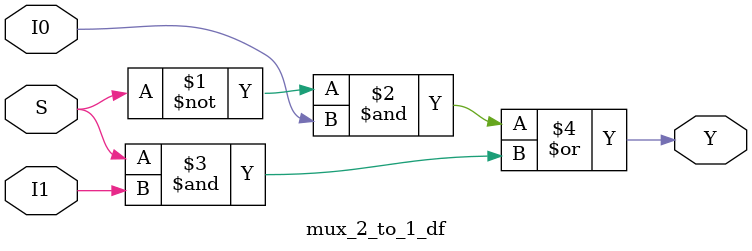
<source format=v>
module mux_2_to_1_df(	// file.cleaned.mlir:2:3
  input  I0,	// file.cleaned.mlir:2:31
         I1,	// file.cleaned.mlir:2:44
         S,	// file.cleaned.mlir:2:57
  output Y	// file.cleaned.mlir:2:70
);

  assign Y = ~S & I0 | S & I1;	// file.cleaned.mlir:4:10, :5:10, :6:10, :7:10, :8:5
endmodule


</source>
